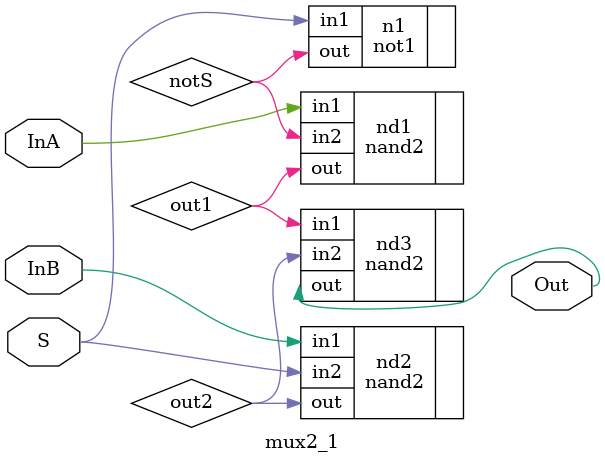
<source format=v>
module mux2_1(input InA, InB,S, output Out);

wire notS;
wire out1, out2;
not1 n1(.in1(S),.out(notS));
nand2 nd1(.in1(InA),.in2(notS),.out(out1));
nand2 nd2(.in1(InB),.in2(S),.out(out2));
nand2 nd3(.in1(out1),.in2(out2),.out(Out));

endmodule


</source>
